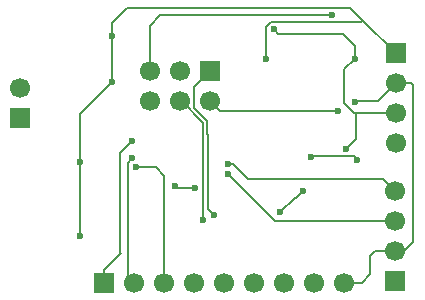
<source format=gbr>
%TF.GenerationSoftware,KiCad,Pcbnew,9.0.2*%
%TF.CreationDate,2025-07-25T22:05:18+05:30*%
%TF.ProjectId,mcu,6d63752e-6b69-4636-9164-5f7063625858,rev?*%
%TF.SameCoordinates,Original*%
%TF.FileFunction,Copper,L2,Bot*%
%TF.FilePolarity,Positive*%
%FSLAX46Y46*%
G04 Gerber Fmt 4.6, Leading zero omitted, Abs format (unit mm)*
G04 Created by KiCad (PCBNEW 9.0.2) date 2025-07-25 22:05:18*
%MOMM*%
%LPD*%
G01*
G04 APERTURE LIST*
%TA.AperFunction,ComponentPad*%
%ADD10R,1.700000X1.700000*%
%TD*%
%TA.AperFunction,ComponentPad*%
%ADD11C,1.700000*%
%TD*%
%TA.AperFunction,ViaPad*%
%ADD12C,0.600000*%
%TD*%
%TA.AperFunction,Conductor*%
%ADD13C,0.200000*%
%TD*%
G04 APERTURE END LIST*
D10*
%TO.P,J1,1,Pin_1*%
%TO.N,/D2*%
X103280000Y-125240000D03*
D11*
%TO.P,J1,2,Pin_2*%
%TO.N,/D3*%
X105820000Y-125240000D03*
%TO.P,J1,3,Pin_3*%
%TO.N,/D4*%
X108360000Y-125240000D03*
%TO.P,J1,4,Pin_4*%
%TO.N,/D5*%
X110900000Y-125240000D03*
%TO.P,J1,5,Pin_5*%
%TO.N,/D6*%
X113440000Y-125240000D03*
%TO.P,J1,6,Pin_6*%
%TO.N,/D7*%
X115980000Y-125240000D03*
%TO.P,J1,7,Pin_7*%
%TO.N,/D8*%
X118520000Y-125240000D03*
%TO.P,J1,8,Pin_8*%
%TO.N,GND*%
X121060000Y-125240000D03*
%TO.P,J1,9,Pin_9*%
%TO.N,/VCC*%
X123600000Y-125240000D03*
%TD*%
D10*
%TO.P,J4,1,Pin_1*%
%TO.N,/MISO*%
X112200000Y-107340000D03*
D11*
%TO.P,J4,2,Pin_2*%
%TO.N,/VCC*%
X112200000Y-109880000D03*
%TO.P,J4,3,Pin_3*%
%TO.N,/SCL*%
X109660000Y-107340000D03*
%TO.P,J4,4,Pin_4*%
%TO.N,/MOSI*%
X109660000Y-109880000D03*
%TO.P,J4,5,Pin_5*%
%TO.N,/RESET*%
X107120000Y-107340000D03*
%TO.P,J4,6,Pin_6*%
%TO.N,GND*%
X107120000Y-109880000D03*
%TD*%
D10*
%TO.P,BT1,1,+*%
%TO.N,Net-(BT1-+)*%
X96160000Y-111255000D03*
D11*
%TO.P,BT1,2,-*%
%TO.N,GND*%
X96160000Y-108715000D03*
%TD*%
D10*
%TO.P,J2,1,Pin_1*%
%TO.N,GND*%
X127940000Y-105810000D03*
D11*
%TO.P,J2,2,Pin_2*%
%TO.N,/VCC*%
X127940000Y-108350000D03*
%TO.P,J2,3,Pin_3*%
%TO.N,/SCL*%
X127940000Y-110890000D03*
%TO.P,J2,4,Pin_4*%
%TO.N,/SDA*%
X127940000Y-113430000D03*
%TD*%
D10*
%TO.P,J3,1,Pin_1*%
%TO.N,GND*%
X127910000Y-125110000D03*
D11*
%TO.P,J3,2,Pin_2*%
%TO.N,/VCC*%
X127910000Y-122570000D03*
%TO.P,J3,3,Pin_3*%
%TO.N,/RX*%
X127910000Y-120030000D03*
%TO.P,J3,4,Pin_4*%
%TO.N,/TX*%
X127910000Y-117490000D03*
%TD*%
D12*
%TO.N,GND*%
X101200000Y-115000000D03*
X101200000Y-121275000D03*
X103910000Y-104370000D03*
X103930000Y-108200000D03*
X116990000Y-106280000D03*
%TO.N,Net-(BT1-+)*%
X109260000Y-117080000D03*
X110980000Y-117210000D03*
%TO.N,/VCC*%
X123100000Y-110690000D03*
X124550000Y-109890000D03*
%TO.N,/SCL*%
X124490000Y-106270000D03*
X117620000Y-103785000D03*
X118140000Y-119260000D03*
X120080000Y-117500000D03*
X123720000Y-113920000D03*
%TO.N,/D2*%
X105640000Y-113260000D03*
%TO.N,/D4*%
X106010000Y-115420000D03*
%TO.N,/D3*%
X105670000Y-114650000D03*
%TO.N,/SDA*%
X124720000Y-114837500D03*
X120799265Y-114559265D03*
%TO.N,/TX*%
X113750000Y-115210000D03*
%TO.N,/RX*%
X113790000Y-116070000D03*
%TO.N,/MOSI*%
X111630000Y-119910000D03*
%TO.N,/RESET*%
X122570000Y-102570000D03*
%TO.N,/MISO*%
X112580000Y-119500000D03*
%TD*%
D13*
%TO.N,GND*%
X103910000Y-108180000D02*
X103930000Y-108200000D01*
X101200000Y-115000000D02*
X101200000Y-121275000D01*
X105211000Y-101969000D02*
X124099000Y-101969000D01*
X103910000Y-103270000D02*
X105211000Y-101969000D01*
X116990000Y-103565057D02*
X117384057Y-103171000D01*
X117384057Y-103171000D02*
X124979000Y-103171000D01*
X124979000Y-103171000D02*
X125140000Y-103010000D01*
X103910000Y-104370000D02*
X103910000Y-108180000D01*
X116990000Y-106280000D02*
X116990000Y-103565057D01*
X103910000Y-104370000D02*
X103910000Y-103270000D01*
X103930000Y-108200000D02*
X101200000Y-110930000D01*
X101200000Y-110930000D02*
X101200000Y-115000000D01*
X124099000Y-101969000D02*
X125140000Y-103010000D01*
X125140000Y-103010000D02*
X127940000Y-105810000D01*
%TO.N,Net-(BT1-+)*%
X110980000Y-117210000D02*
X109390000Y-117210000D01*
X109390000Y-117210000D02*
X109260000Y-117080000D01*
%TO.N,/VCC*%
X129220000Y-108350000D02*
X129400000Y-108530000D01*
X124590000Y-109860000D02*
X124580000Y-109860000D01*
X127940000Y-108350000D02*
X126430000Y-109860000D01*
X129455939Y-108574060D02*
X129390000Y-108640000D01*
X125790000Y-124530000D02*
X125790000Y-122990000D01*
X124580000Y-109860000D02*
X124550000Y-109890000D01*
X112200000Y-109880000D02*
X113040000Y-110720000D01*
X123600000Y-125240000D02*
X125080000Y-125240000D01*
X123070000Y-110720000D02*
X123100000Y-110690000D01*
X126430000Y-109860000D02*
X124590000Y-109860000D01*
X125790000Y-122990000D02*
X126210000Y-122570000D01*
X127940000Y-108350000D02*
X129220000Y-108350000D01*
X129390000Y-108640000D02*
X129390000Y-121810000D01*
X113040000Y-110720000D02*
X123070000Y-110720000D01*
X125080000Y-125240000D02*
X125790000Y-124530000D01*
X126210000Y-122570000D02*
X127910000Y-122570000D01*
X129411879Y-108530000D02*
X129455939Y-108574060D01*
X129400000Y-108530000D02*
X129411879Y-108530000D01*
X129390000Y-121810000D02*
X128630000Y-122570000D01*
X128630000Y-122570000D02*
X127910000Y-122570000D01*
%TO.N,/SCL*%
X118200000Y-119260000D02*
X119405599Y-118054401D01*
X124580000Y-110830000D02*
X124630000Y-110830000D01*
X124490000Y-106270000D02*
X123600000Y-107160000D01*
X118140000Y-119260000D02*
X118200000Y-119260000D01*
X123600000Y-110030000D02*
X124400000Y-110830000D01*
X124490000Y-105180000D02*
X124490000Y-106270000D01*
X123480000Y-104170000D02*
X124490000Y-105180000D01*
X124580000Y-113060000D02*
X124580000Y-110830000D01*
X123600000Y-107160000D02*
X123600000Y-110030000D01*
X123720000Y-113920000D02*
X124580000Y-113060000D01*
X119525599Y-118054401D02*
X120080000Y-117500000D01*
X124630000Y-110830000D02*
X124690000Y-110890000D01*
X124690000Y-110890000D02*
X127940000Y-110890000D01*
X117620000Y-103785000D02*
X118005000Y-104170000D01*
X124400000Y-110830000D02*
X124630000Y-110830000D01*
X119405599Y-118054401D02*
X119525599Y-118054401D01*
X118005000Y-104170000D02*
X123480000Y-104170000D01*
%TO.N,/D2*%
X104650000Y-122710000D02*
X104675000Y-122735000D01*
X105640000Y-113260000D02*
X104650000Y-114250000D01*
X103280000Y-124130000D02*
X103280000Y-125240000D01*
X104675000Y-122735000D02*
X103280000Y-124130000D01*
X104650000Y-114250000D02*
X104650000Y-122710000D01*
%TO.N,/D4*%
X106010000Y-115420000D02*
X107630000Y-115420000D01*
X107630000Y-115420000D02*
X108380000Y-116170000D01*
X108360000Y-116190000D02*
X108360000Y-125240000D01*
X108380000Y-116170000D02*
X108360000Y-116190000D01*
%TO.N,/D3*%
X105670000Y-114650000D02*
X105250000Y-115070000D01*
X105250000Y-115070000D02*
X105250000Y-124670000D01*
X105250000Y-124670000D02*
X105820000Y-125240000D01*
%TO.N,/SDA*%
X124402500Y-114520000D02*
X124720000Y-114837500D01*
X120838530Y-114520000D02*
X124402500Y-114520000D01*
X120799265Y-114559265D02*
X120838530Y-114520000D01*
%TO.N,/TX*%
X113750000Y-115210000D02*
X114170000Y-115210000D01*
X115420000Y-116460000D02*
X126880000Y-116460000D01*
X114170000Y-115210000D02*
X115420000Y-116460000D01*
X126880000Y-116460000D02*
X127910000Y-117490000D01*
%TO.N,/RX*%
X119720000Y-120010000D02*
X119740000Y-120030000D01*
X113790000Y-116070000D02*
X117730000Y-120010000D01*
X117730000Y-120010000D02*
X119720000Y-120010000D01*
X119740000Y-120030000D02*
X127910000Y-120030000D01*
%TO.N,/MOSI*%
X111630000Y-118880000D02*
X111620000Y-118870000D01*
X109830000Y-109880000D02*
X109660000Y-109880000D01*
X111620000Y-118870000D02*
X111620000Y-111670000D01*
X111630000Y-119910000D02*
X111630000Y-118880000D01*
X111620000Y-111670000D02*
X109830000Y-109880000D01*
%TO.N,/RESET*%
X107120000Y-103490000D02*
X107120000Y-107340000D01*
X108040000Y-102570000D02*
X107120000Y-103490000D01*
X122570000Y-102570000D02*
X108040000Y-102570000D01*
%TO.N,/MISO*%
X112021000Y-112681000D02*
X112021000Y-111503900D01*
X112940000Y-107340000D02*
X112200000Y-107340000D01*
X110920000Y-110402900D02*
X110920000Y-108620000D01*
X112100000Y-112760000D02*
X112021000Y-112681000D01*
X112580000Y-119500000D02*
X112100000Y-119020000D01*
X112580000Y-119500000D02*
X112620000Y-119460000D01*
X110920000Y-108620000D02*
X112200000Y-107340000D01*
X112021000Y-111503900D02*
X110920000Y-110402900D01*
X112100000Y-119020000D02*
X112100000Y-112760000D01*
%TD*%
M02*

</source>
